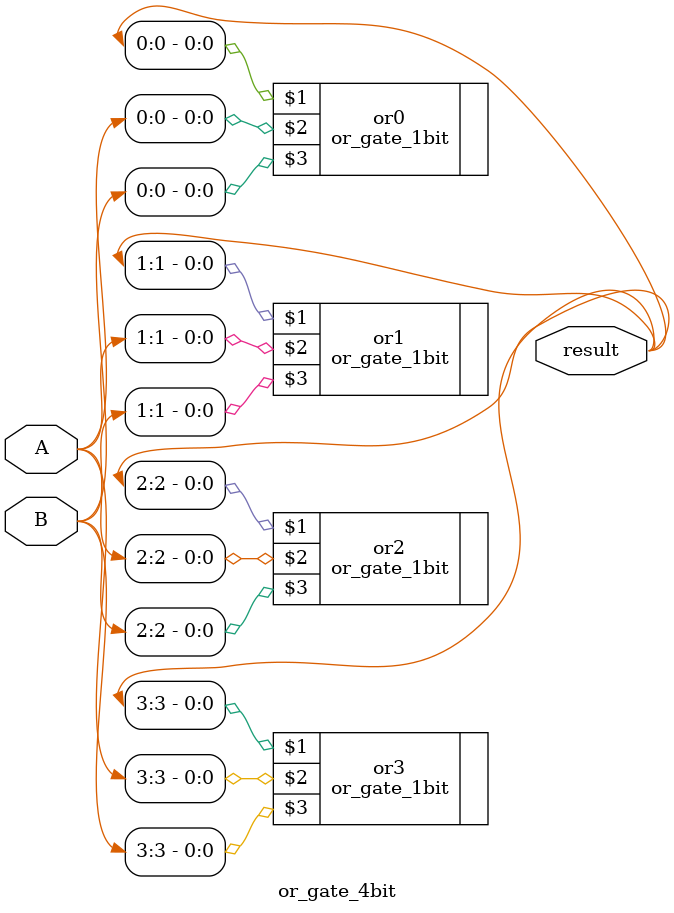
<source format=v>
module or_gate_4bit(
	output [3:0] result,
	input [3:0] A,
	input [3:0] B
    
);
	or_gate_1bit or0 (result[0], A[0], B[0]);
	or_gate_1bit or1 (result[1], A[1], B[1]);
	or_gate_1bit or2 (result[2], A[2], B[2]);
	or_gate_1bit or3 (result[3], A[3], B[3]);
	
endmodule

</source>
